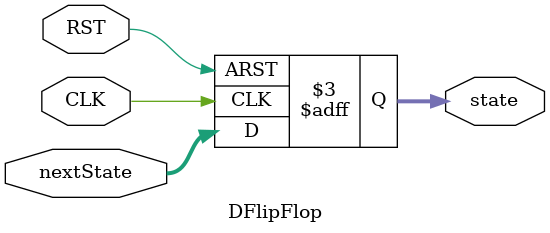
<source format=v>
`timescale 1ns / 1ps
module DFlipFlop(
	nextState, RST, CLK, state
    );
	input [2:0] nextState;
	input RST, CLK;
	output reg [2:0] state;
	always @(posedge CLK or negedge RST) begin
		if (RST==0) begin
			// reset
			state = 3'b000;
		end
		else begin
			#1;
			state = nextState;
		end
	end
endmodule

</source>
